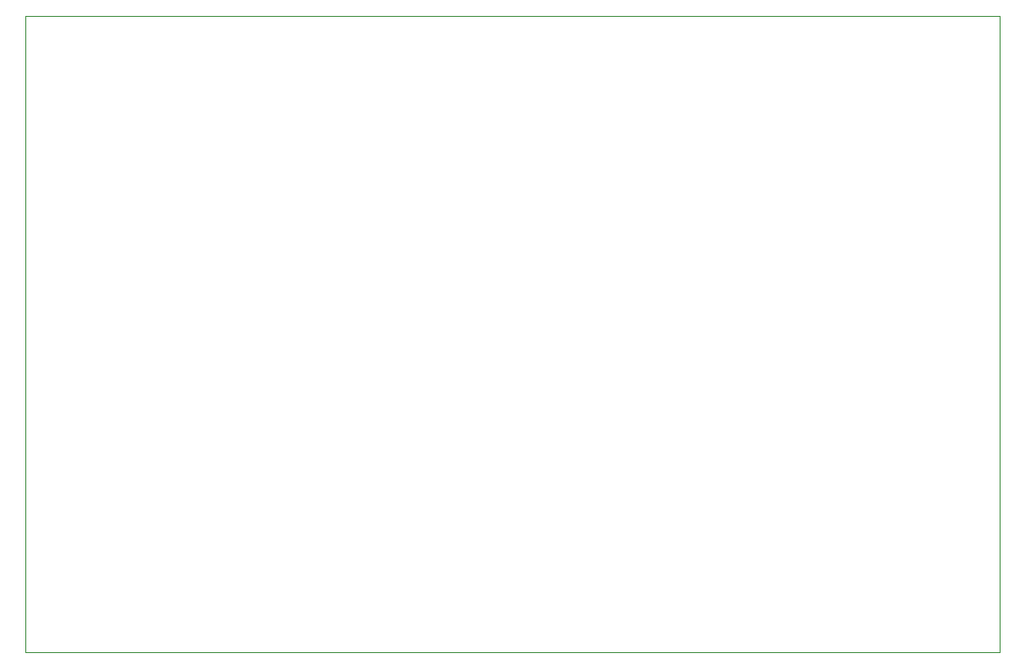
<source format=gbr>
G04 #@! TF.GenerationSoftware,KiCad,Pcbnew,(5.1.2-1)-1*
G04 #@! TF.CreationDate,2020-07-08T23:16:21+01:00*
G04 #@! TF.ProjectId,tranZPUter-SW,7472616e-5a50-4557-9465-722d53572e6b,rev?*
G04 #@! TF.SameCoordinates,Original*
G04 #@! TF.FileFunction,Profile,NP*
%FSLAX46Y46*%
G04 Gerber Fmt 4.6, Leading zero omitted, Abs format (unit mm)*
G04 Created by KiCad (PCBNEW (5.1.2-1)-1) date 2020-07-08 23:16:21*
%MOMM*%
%LPD*%
G04 APERTURE LIST*
%ADD10C,0.100000*%
G04 APERTURE END LIST*
D10*
X112000000Y-90000000D02*
X112000000Y-147500000D01*
X200000000Y-90000000D02*
X112000000Y-90000000D01*
X200000000Y-147500000D02*
X112000000Y-147500000D01*
X200000000Y-90000000D02*
X200000000Y-147500000D01*
M02*

</source>
